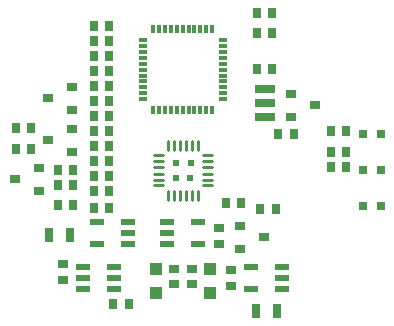
<source format=gtp>
G75*
%MOIN*%
%OFA0B0*%
%FSLAX24Y24*%
%IPPOS*%
%LPD*%
%AMOC8*
5,1,8,0,0,1.08239X$1,22.5*
%
%ADD10R,0.0118X0.0315*%
%ADD11R,0.0315X0.0118*%
%ADD12R,0.0669X0.0276*%
%ADD13R,0.0354X0.0276*%
%ADD14R,0.0276X0.0354*%
%ADD15R,0.0190X0.0190*%
%ADD16C,0.0100*%
%ADD17R,0.0315X0.0315*%
%ADD18R,0.0472X0.0217*%
%ADD19R,0.0350X0.0310*%
%ADD20R,0.0315X0.0472*%
%ADD21R,0.0472X0.0236*%
%ADD22R,0.0394X0.0394*%
D10*
X023747Y026743D03*
X023944Y026743D03*
X024141Y026743D03*
X024338Y026743D03*
X024534Y026743D03*
X024731Y026743D03*
X024928Y026743D03*
X025125Y026743D03*
X025322Y026743D03*
X025519Y026743D03*
X025716Y026743D03*
X025716Y029420D03*
X025519Y029420D03*
X025322Y029420D03*
X025125Y029420D03*
X024928Y029420D03*
X024731Y029420D03*
X024534Y029420D03*
X024338Y029420D03*
X024141Y029420D03*
X023944Y029420D03*
X023747Y029420D03*
D11*
X023393Y029066D03*
X023393Y028869D03*
X023393Y028672D03*
X023393Y028475D03*
X023393Y028278D03*
X023393Y028081D03*
X023393Y027884D03*
X023393Y027688D03*
X023393Y027491D03*
X023393Y027294D03*
X023393Y027097D03*
X026070Y027097D03*
X026070Y027294D03*
X026070Y027491D03*
X026070Y027688D03*
X026070Y027884D03*
X026070Y028081D03*
X026070Y028278D03*
X026070Y028475D03*
X026070Y028672D03*
X026070Y028869D03*
X026070Y029066D03*
D12*
X027463Y027435D03*
X027463Y026962D03*
X027463Y026490D03*
D13*
X020731Y021075D03*
X020731Y021587D03*
X024431Y021437D03*
X024431Y020925D03*
X025031Y020925D03*
X025031Y021437D03*
X025931Y022275D03*
X025931Y022787D03*
X026331Y021387D03*
X026331Y020875D03*
D14*
X027325Y023431D03*
X027837Y023431D03*
X026687Y023631D03*
X026175Y023631D03*
X027925Y025931D03*
X028437Y025931D03*
X029675Y026031D03*
X029675Y025331D03*
X029675Y024831D03*
X030187Y024831D03*
X030187Y025331D03*
X030187Y026031D03*
X027719Y028112D03*
X027207Y028112D03*
X027207Y029312D03*
X027719Y029312D03*
X027719Y029962D03*
X027207Y029962D03*
X022287Y029531D03*
X022287Y029031D03*
X022287Y028531D03*
X022287Y028031D03*
X022287Y027531D03*
X022287Y027031D03*
X022287Y026531D03*
X022287Y026031D03*
X022287Y025531D03*
X022287Y025031D03*
X022287Y024531D03*
X022287Y024031D03*
X021775Y024031D03*
X021775Y024531D03*
X021775Y025031D03*
X021775Y025531D03*
X021775Y026031D03*
X021775Y026531D03*
X021775Y027031D03*
X021775Y027531D03*
X021775Y028031D03*
X021775Y028531D03*
X021775Y029031D03*
X021775Y029531D03*
X019687Y026131D03*
X019175Y026131D03*
X019175Y025431D03*
X019687Y025431D03*
X020575Y024731D03*
X020575Y024231D03*
X021087Y024231D03*
X021087Y023581D03*
X020575Y023581D03*
X021775Y023481D03*
X022287Y023481D03*
X021087Y024731D03*
X022425Y020281D03*
X022937Y020281D03*
D15*
X024501Y024481D03*
X024496Y024956D03*
X024996Y024956D03*
X024981Y024481D03*
D16*
X025403Y024419D02*
X025703Y024419D01*
X025703Y024221D02*
X025403Y024221D01*
X025238Y024046D02*
X025238Y023746D01*
X025038Y023746D02*
X025038Y024046D01*
X024841Y024046D02*
X024841Y023746D01*
X024630Y023746D02*
X024630Y024046D01*
X024431Y024046D02*
X024431Y023746D01*
X024233Y023746D02*
X024233Y024046D01*
X024068Y024221D02*
X023768Y024221D01*
X023768Y024419D02*
X024068Y024419D01*
X024068Y024618D02*
X023768Y024618D01*
X023768Y024829D02*
X024068Y024829D01*
X024068Y025026D02*
X023768Y025026D01*
X023768Y025226D02*
X024068Y025226D01*
X024233Y025401D02*
X024233Y025701D01*
X024431Y025701D02*
X024431Y025401D01*
X024630Y025401D02*
X024630Y025701D01*
X024841Y025701D02*
X024841Y025401D01*
X025038Y025401D02*
X025038Y025701D01*
X025238Y025701D02*
X025238Y025401D01*
X025403Y025226D02*
X025703Y025226D01*
X025703Y025026D02*
X025403Y025026D01*
X025403Y024829D02*
X025703Y024829D01*
X025703Y024618D02*
X025403Y024618D01*
D17*
X030735Y024731D03*
X031326Y024731D03*
X031327Y023531D03*
X030736Y023531D03*
X030736Y025931D03*
X031327Y025931D03*
D18*
X028043Y021505D03*
X028043Y021131D03*
X028043Y020757D03*
X027019Y020757D03*
X027019Y021505D03*
X022893Y022257D03*
X022893Y022631D03*
X022893Y023005D03*
X021869Y023005D03*
X021869Y022257D03*
X021419Y021505D03*
X021419Y021131D03*
X021419Y020757D03*
X022443Y020757D03*
X022443Y021131D03*
X022443Y021505D03*
D19*
X019931Y024041D03*
X019931Y024801D03*
X019131Y024421D03*
X020231Y025721D03*
X021031Y025341D03*
X021031Y026101D03*
X021031Y026741D03*
X021031Y027501D03*
X020231Y027121D03*
X026631Y022871D03*
X026631Y022111D03*
X027431Y022491D03*
X028331Y026511D03*
X029131Y026891D03*
X028331Y027271D03*
D20*
X027886Y020031D03*
X027177Y020031D03*
X020986Y022581D03*
X020277Y022581D03*
D21*
X024217Y022631D03*
X024217Y022257D03*
X024217Y023005D03*
X025245Y023005D03*
X025245Y022257D03*
D22*
X025631Y021425D03*
X025631Y020638D03*
X023831Y020638D03*
X023831Y021425D03*
M02*

</source>
